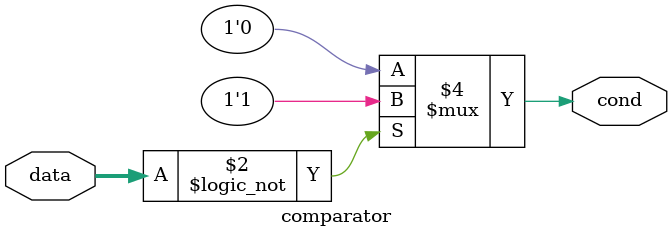
<source format=v>
module comparator (cond, data);
    input [31 : 0] data;
    output reg cond;

    always @(data)
    if (data == 0) cond =1'b1;
    else cond = 1'b0;
endmodule 
</source>
